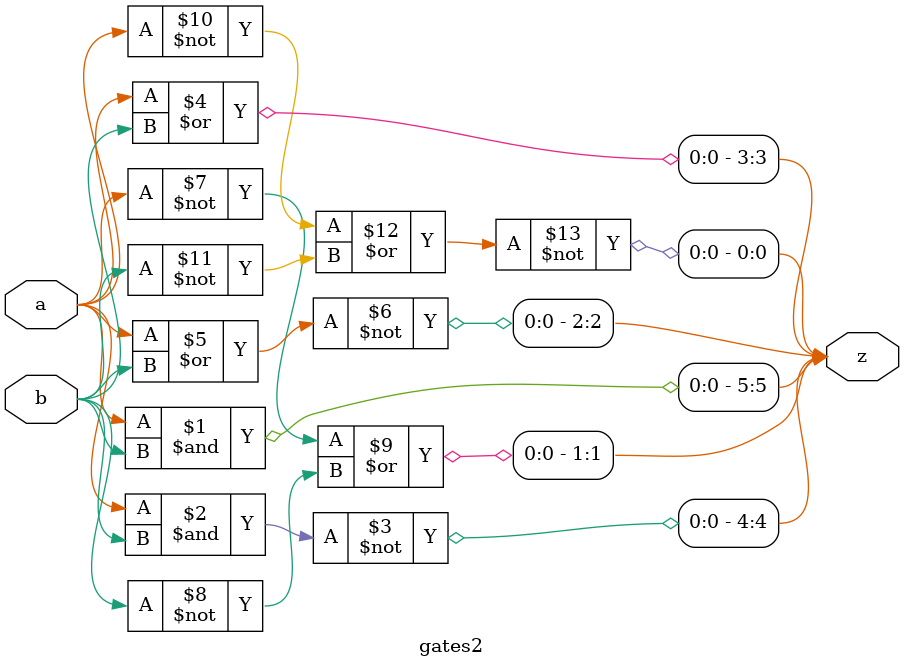
<source format=v>
`timescale 1ns / 1ps
module gates2(input wire a,input wire b,output wire[5:0] z);
assign z[5]=a&b;
assign z[4]=~(a&b);
assign z[3]=a|b;
assign z[2]=~(a|b);
assign z[1]=(~a)|(~b);
assign z[0]=~((~a)|(~b));

endmodule

</source>
